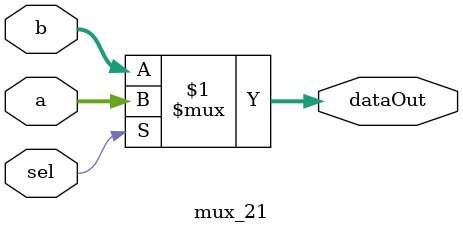
<source format=v>
`timescale 1ns / 1ps

module mux_21
(
    input [63:0] a, b,
    input sel,
    output [63:0] dataOut   
);

assign dataOut = sel ? a : b;


endmodule // 

</source>
